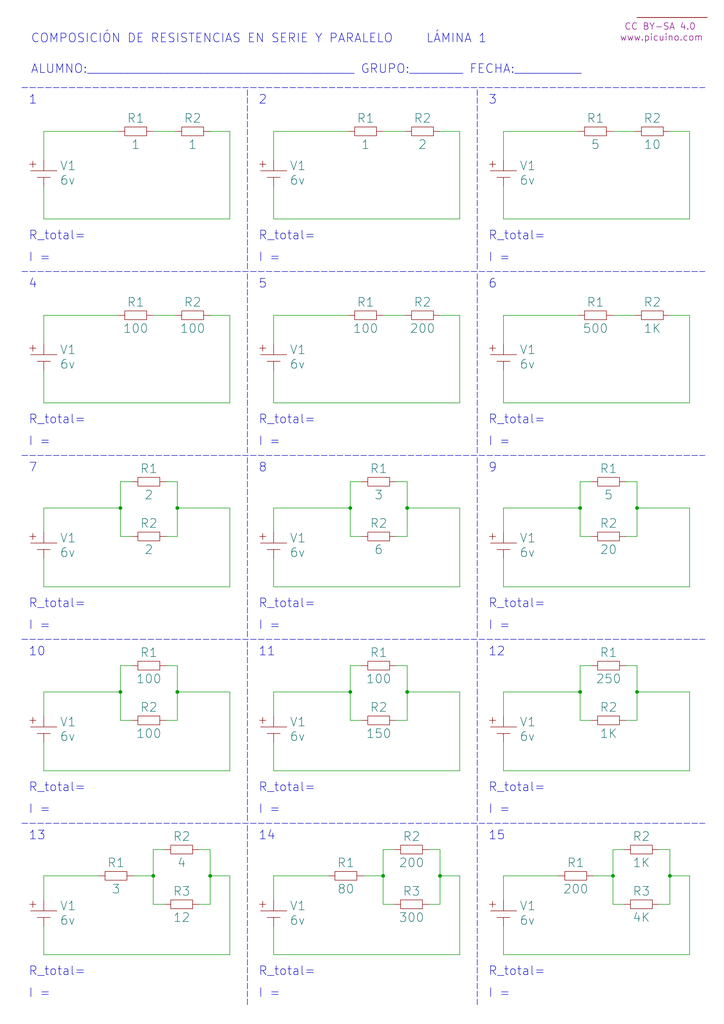
<source format=kicad_sch>
(kicad_sch (version 20211123) (generator eeschema)
  (paper "A4" portrait)
  (title_block (title "Circuitos eléctricos. Composición de resistencias en serie y paralelo") (date "8/05/2021") (company "www.picuino.com") (comment 1 "Copyright (c) 2021 by Carlos Pardo") (comment 2 "License CC BY-SA 4.0"))
  (lib_symbols
    (symbol "electric-resistencias-serie-paralelo-rescue:CopyRight-simbolos" (pin_names (offset 1.016))
      (property "License" "CC BY-SA 4.0" (at -1.27 -1.27 0))
      (property "Web" "www.picuino.com" (at 0 -1.27 0))
      (symbol "CopyRight-simbolos_0_1"
        (polyline (pts (xy -10.16 0) (xy 10.16 0)) (stroke (width 0.2032)))
      )
    )
    (symbol "electric-resistencias-serie-paralelo-rescue:Pila-simbolos" (pin_names (offset 1.016))
      (property "Reference" "V" (at 5.08 -4.445 0))
      (symbol "Pila-simbolos_0_1"
        (polyline (pts (xy -4.064 -1.27) (xy -2.286 -1.27)))
        (polyline (pts (xy -3.81 -3.175) (xy 3.81 -3.175)))
        (polyline (pts (xy -3.175 -0.381) (xy -3.175 -2.159)))
        (polyline (pts (xy -1.905 -5.08) (xy 1.905 -5.08)))
      )
      (symbol "Pila-simbolos_1_1"
        (pin input line (at 0 -7.62 90) (length 2.54) (name "") (number ""))
        (pin input line (at 0 0 270) (length 3.175) (name "") (number ""))
      )
    )
    (symbol "electric-resistencias-serie-paralelo-rescue:resistencia-simbolos" (pin_names (offset 1.016))
      (property "Reference" "R" (at 1.905 -5.08 0))
      (symbol "resistencia-simbolos_0_1"
        (rectangle (start -1.27 -1.905) (end 1.27 -8.255))
      )
      (symbol "resistencia-simbolos_1_1"
        (pin input line (at 0 -10.16 90) (length 1.905) (name "") (number ""))
        (pin input line (at 0 0 270) (length 1.905) (name "") (number ""))
      )
    )
  )
  (junction (at 34.925 147.32))
  (junction (at 168.275 200.66))
  (junction (at 60.96 254))
  (junction (at 177.8 254))
  (junction (at 118.11 200.66))
  (junction (at 194.31 254))
  (junction (at 184.785 147.32))
  (junction (at 184.785 200.66))
  (junction (at 51.435 147.32))
  (junction (at 168.275 147.32))
  (junction (at 118.11 147.32))
  (junction (at 34.925 200.66))
  (junction (at 101.6 147.32))
  (junction (at 127.635 254))
  (junction (at 101.6 200.66))
  (junction (at 44.45 254))
  (junction (at 111.125 254))
  (junction (at 51.435 200.66))
  (wire (pts (xy 194.31 262.255) (xy 191.135 262.255)))
  (wire (pts (xy 127.635 246.38) (xy 124.46 246.38)))
  (wire (pts (xy 34.925 147.32) (xy 12.7 147.32)))
  (wire (pts (xy 184.785 139.7) (xy 181.61 139.7)))
  (polyline (pts (xy 138.43 26.035) (xy 138.43 78.105)))
  (wire (pts (xy 60.96 262.255) (xy 57.785 262.255)))
  (wire (pts (xy 79.375 63.5) (xy 133.35 63.5)))
  (wire (pts (xy 60.96 254) (xy 66.675 254)))
  (wire (pts (xy 79.375 38.1) (xy 100.965 38.1)))
  (wire (pts (xy 12.7 276.86) (xy 66.675 276.86)))
  (wire (pts (xy 168.275 139.7) (xy 171.45 139.7)))
  (wire (pts (xy 66.675 38.1) (xy 66.675 63.5)))
  (wire (pts (xy 79.375 200.66) (xy 79.375 207.645)))
  (wire (pts (xy 146.05 276.86) (xy 200.025 276.86)))
  (wire (pts (xy 146.05 53.975) (xy 146.05 63.5)))
  (wire (pts (xy 200.025 38.1) (xy 200.025 63.5)))
  (wire (pts (xy 50.8 38.1) (xy 44.45 38.1)))
  (wire (pts (xy 146.05 116.84) (xy 200.025 116.84)))
  (wire (pts (xy 146.05 161.925) (xy 146.05 170.18)))
  (wire (pts (xy 118.11 200.66) (xy 118.11 208.915)))
  (wire (pts (xy 177.8 262.255) (xy 180.975 262.255)))
  (wire (pts (xy 34.925 155.575) (xy 38.1 155.575)))
  (wire (pts (xy 60.96 254) (xy 60.96 262.255)))
  (wire (pts (xy 127.635 262.255) (xy 124.46 262.255)))
  (wire (pts (xy 79.375 254) (xy 95.25 254)))
  (wire (pts (xy 12.7 63.5) (xy 66.675 63.5)))
  (wire (pts (xy 12.7 268.605) (xy 12.7 276.86)))
  (wire (pts (xy 127.635 254) (xy 133.35 254)))
  (wire (pts (xy 51.435 147.32) (xy 51.435 155.575)))
  (wire (pts (xy 12.7 161.925) (xy 12.7 170.18)))
  (wire (pts (xy 12.7 254) (xy 28.575 254)))
  (wire (pts (xy 101.6 139.7) (xy 101.6 147.32)))
  (wire (pts (xy 118.11 147.32) (xy 133.35 147.32)))
  (wire (pts (xy 50.8 91.44) (xy 44.45 91.44)))
  (wire (pts (xy 34.925 193.04) (xy 34.925 200.66)))
  (wire (pts (xy 184.785 139.7) (xy 184.785 147.32)))
  (wire (pts (xy 79.375 116.84) (xy 133.35 116.84)))
  (wire (pts (xy 194.31 246.38) (xy 194.31 254)))
  (wire (pts (xy 12.7 53.975) (xy 12.7 63.5)))
  (wire (pts (xy 194.31 254) (xy 200.025 254)))
  (wire (pts (xy 118.11 200.66) (xy 133.35 200.66)))
  (wire (pts (xy 44.45 254) (xy 38.735 254)))
  (wire (pts (xy 79.375 53.975) (xy 79.375 63.5)))
  (wire (pts (xy 177.8 246.38) (xy 180.975 246.38)))
  (wire (pts (xy 177.8 254) (xy 177.8 262.255)))
  (wire (pts (xy 146.05 254) (xy 161.925 254)))
  (polyline (pts (xy 71.755 239.395) (xy 71.755 291.465)))
  (wire (pts (xy 44.45 254) (xy 44.45 262.255)))
  (wire (pts (xy 44.45 246.38) (xy 47.625 246.38)))
  (wire (pts (xy 44.45 246.38) (xy 44.45 254)))
  (wire (pts (xy 66.675 200.66) (xy 66.675 223.52)))
  (polyline (pts (xy 138.43 132.715) (xy 138.43 184.785)))
  (polyline (pts (xy 6.35 238.76) (xy 204.47 238.76)))
  (wire (pts (xy 34.925 208.915) (xy 38.1 208.915)))
  (wire (pts (xy 133.35 91.44) (xy 127.635 91.44)))
  (wire (pts (xy 117.475 91.44) (xy 111.125 91.44)))
  (polyline (pts (xy 6.35 78.74) (xy 204.47 78.74)))
  (wire (pts (xy 79.375 223.52) (xy 133.35 223.52)))
  (wire (pts (xy 184.15 91.44) (xy 177.8 91.44)))
  (wire (pts (xy 200.025 91.44) (xy 194.31 91.44)))
  (wire (pts (xy 101.6 208.915) (xy 104.775 208.915)))
  (wire (pts (xy 79.375 161.925) (xy 79.375 170.18)))
  (wire (pts (xy 51.435 200.66) (xy 66.675 200.66)))
  (wire (pts (xy 200.025 254) (xy 200.025 276.86)))
  (wire (pts (xy 184.785 200.66) (xy 184.785 208.915)))
  (polyline (pts (xy 6.35 185.42) (xy 204.47 185.42)))
  (wire (pts (xy 34.925 139.7) (xy 34.925 147.32)))
  (wire (pts (xy 12.7 38.1) (xy 34.29 38.1)))
  (wire (pts (xy 168.275 208.915) (xy 171.45 208.915)))
  (polyline (pts (xy 71.755 79.375) (xy 71.755 131.445)))
  (wire (pts (xy 168.275 155.575) (xy 171.45 155.575)))
  (wire (pts (xy 133.35 38.1) (xy 127.635 38.1)))
  (wire (pts (xy 79.375 268.605) (xy 79.375 276.86)))
  (wire (pts (xy 79.375 215.265) (xy 79.375 223.52)))
  (wire (pts (xy 168.275 193.04) (xy 168.275 200.66)))
  (wire (pts (xy 184.785 193.04) (xy 184.785 200.66)))
  (wire (pts (xy 111.125 254) (xy 111.125 262.255)))
  (wire (pts (xy 101.6 200.66) (xy 79.375 200.66)))
  (wire (pts (xy 101.6 147.32) (xy 79.375 147.32)))
  (wire (pts (xy 111.125 246.38) (xy 114.3 246.38)))
  (wire (pts (xy 200.025 116.84) (xy 200.025 91.44)))
  (wire (pts (xy 168.275 139.7) (xy 168.275 147.32)))
  (wire (pts (xy 34.925 200.66) (xy 12.7 200.66)))
  (wire (pts (xy 111.125 254) (xy 105.41 254)))
  (wire (pts (xy 194.31 254) (xy 194.31 262.255)))
  (wire (pts (xy 12.7 46.355) (xy 12.7 38.1)))
  (wire (pts (xy 200.025 38.1) (xy 194.31 38.1)))
  (wire (pts (xy 79.375 170.18) (xy 133.35 170.18)))
  (wire (pts (xy 51.435 208.915) (xy 48.26 208.915)))
  (wire (pts (xy 117.475 38.1) (xy 111.125 38.1)))
  (wire (pts (xy 51.435 147.32) (xy 66.675 147.32)))
  (wire (pts (xy 133.35 38.1) (xy 133.35 63.5)))
  (wire (pts (xy 184.785 200.66) (xy 200.025 200.66)))
  (wire (pts (xy 118.11 139.7) (xy 118.11 147.32)))
  (wire (pts (xy 133.35 147.32) (xy 133.35 170.18)))
  (wire (pts (xy 118.11 193.04) (xy 118.11 200.66)))
  (polyline (pts (xy 71.755 186.055) (xy 71.755 238.125)))
  (wire (pts (xy 118.11 208.915) (xy 114.935 208.915)))
  (wire (pts (xy 118.11 147.32) (xy 118.11 155.575)))
  (wire (pts (xy 168.275 147.32) (xy 146.05 147.32)))
  (wire (pts (xy 79.375 154.305) (xy 79.375 147.32)))
  (wire (pts (xy 118.11 155.575) (xy 114.935 155.575)))
  (wire (pts (xy 101.6 193.04) (xy 101.6 200.66)))
  (wire (pts (xy 66.675 91.44) (xy 60.96 91.44)))
  (wire (pts (xy 146.05 46.355) (xy 146.05 38.1)))
  (polyline (pts (xy 138.43 239.395) (xy 138.43 291.465)))
  (wire (pts (xy 51.435 200.66) (xy 51.435 208.915)))
  (wire (pts (xy 44.45 262.255) (xy 47.625 262.255)))
  (wire (pts (xy 168.275 147.32) (xy 168.275 155.575)))
  (polyline (pts (xy 71.755 26.035) (xy 71.755 78.105)))
  (wire (pts (xy 79.375 91.44) (xy 100.965 91.44)))
  (wire (pts (xy 146.05 107.315) (xy 146.05 116.84)))
  (wire (pts (xy 51.435 139.7) (xy 51.435 147.32)))
  (wire (pts (xy 60.96 246.38) (xy 60.96 254)))
  (wire (pts (xy 184.785 155.575) (xy 181.61 155.575)))
  (wire (pts (xy 34.925 147.32) (xy 34.925 155.575)))
  (wire (pts (xy 12.7 107.315) (xy 12.7 116.84)))
  (wire (pts (xy 127.635 246.38) (xy 127.635 254)))
  (wire (pts (xy 12.7 223.52) (xy 66.675 223.52)))
  (wire (pts (xy 51.435 193.04) (xy 48.26 193.04)))
  (wire (pts (xy 146.05 147.32) (xy 146.05 154.305)))
  (wire (pts (xy 60.96 246.38) (xy 57.785 246.38)))
  (wire (pts (xy 101.6 193.04) (xy 104.775 193.04)))
  (wire (pts (xy 34.925 193.04) (xy 38.1 193.04)))
  (wire (pts (xy 79.375 99.695) (xy 79.375 91.44)))
  (wire (pts (xy 12.7 200.66) (xy 12.7 207.645)))
  (wire (pts (xy 127.635 254) (xy 127.635 262.255)))
  (wire (pts (xy 111.125 246.38) (xy 111.125 254)))
  (wire (pts (xy 66.675 254) (xy 66.675 276.86)))
  (wire (pts (xy 12.7 99.695) (xy 12.7 91.44)))
  (wire (pts (xy 12.7 254) (xy 12.7 260.985)))
  (wire (pts (xy 12.7 154.305) (xy 12.7 147.32)))
  (wire (pts (xy 118.11 139.7) (xy 114.935 139.7)))
  (polyline (pts (xy 6.35 25.4) (xy 204.47 25.4)))
  (wire (pts (xy 177.8 246.38) (xy 177.8 254)))
  (wire (pts (xy 79.375 46.355) (xy 79.375 38.1)))
  (wire (pts (xy 194.31 246.38) (xy 191.135 246.38)))
  (wire (pts (xy 146.05 91.44) (xy 167.64 91.44)))
  (wire (pts (xy 146.05 215.265) (xy 146.05 223.52)))
  (wire (pts (xy 168.275 200.66) (xy 168.275 208.915)))
  (wire (pts (xy 51.435 155.575) (xy 48.26 155.575)))
  (wire (pts (xy 101.6 147.32) (xy 101.6 155.575)))
  (wire (pts (xy 66.675 38.1) (xy 60.96 38.1)))
  (wire (pts (xy 133.35 200.66) (xy 133.35 223.52)))
  (wire (pts (xy 184.785 147.32) (xy 200.025 147.32)))
  (wire (pts (xy 146.05 99.695) (xy 146.05 91.44)))
  (wire (pts (xy 79.375 276.86) (xy 133.35 276.86)))
  (wire (pts (xy 79.375 107.315) (xy 79.375 116.84)))
  (wire (pts (xy 66.675 147.32) (xy 66.675 170.18)))
  (wire (pts (xy 146.05 268.605) (xy 146.05 276.86)))
  (wire (pts (xy 146.05 254) (xy 146.05 260.985)))
  (wire (pts (xy 168.275 193.04) (xy 171.45 193.04)))
  (wire (pts (xy 101.6 155.575) (xy 104.775 155.575)))
  (wire (pts (xy 34.925 139.7) (xy 38.1 139.7)))
  (wire (pts (xy 184.785 208.915) (xy 181.61 208.915)))
  (wire (pts (xy 111.125 262.255) (xy 114.3 262.255)))
  (wire (pts (xy 12.7 116.84) (xy 66.675 116.84)))
  (wire (pts (xy 133.35 91.44) (xy 133.35 116.84)))
  (wire (pts (xy 146.05 170.18) (xy 200.025 170.18)))
  (wire (pts (xy 101.6 200.66) (xy 101.6 208.915)))
  (polyline (pts (xy 138.43 186.055) (xy 138.43 238.125)))
  (wire (pts (xy 12.7 215.265) (xy 12.7 223.52)))
  (wire (pts (xy 51.435 193.04) (xy 51.435 200.66)))
  (wire (pts (xy 200.025 147.32) (xy 200.025 170.18)))
  (wire (pts (xy 12.7 170.18) (xy 66.675 170.18)))
  (wire (pts (xy 146.05 63.5) (xy 200.025 63.5)))
  (polyline (pts (xy 71.755 132.715) (xy 71.755 184.785)))
  (polyline (pts (xy 138.43 79.375) (xy 138.43 131.445)))
  (wire (pts (xy 146.05 38.1) (xy 167.64 38.1)))
  (wire (pts (xy 200.025 200.66) (xy 200.025 223.52)))
  (wire (pts (xy 12.7 91.44) (xy 34.29 91.44)))
  (wire (pts (xy 51.435 139.7) (xy 48.26 139.7)))
  (wire (pts (xy 66.675 91.44) (xy 66.675 116.84)))
  (wire (pts (xy 184.785 193.04) (xy 181.61 193.04)))
  (wire (pts (xy 177.8 254) (xy 172.085 254)))
  (wire (pts (xy 184.785 147.32) (xy 184.785 155.575)))
  (wire (pts (xy 146.05 223.52) (xy 200.025 223.52)))
  (wire (pts (xy 133.35 254) (xy 133.35 276.86)))
  (polyline (pts (xy 6.35 132.08) (xy 204.47 132.08)))
  (wire (pts (xy 118.11 193.04) (xy 114.935 193.04)))
  (wire (pts (xy 101.6 139.7) (xy 104.775 139.7)))
  (wire (pts (xy 146.05 200.66) (xy 146.05 207.645)))
  (wire (pts (xy 168.275 200.66) (xy 146.05 200.66)))
  (wire (pts (xy 79.375 260.985) (xy 79.375 254)))
  (wire (pts (xy 34.925 200.66) (xy 34.925 208.915)))
  (wire (pts (xy 184.15 38.1) (xy 177.8 38.1)))
  (text "I =" (at 141.605 289.56 0) (effects (font (size 2.54 2.54)) (justify left bottom)))
  (text "15" (at 141.605 243.84 0) (effects (font (size 2.54 2.54)) (justify left bottom)))
  (text "R_total=" (at 141.605 69.85 0) (effects (font (size 2.54 2.54)) (justify left bottom)))
  (text "R_total=" (at 141.605 229.87 0) (effects (font (size 2.54 2.54)) (justify left bottom)))
  (text "R_total=" (at 74.93 229.87 0) (effects (font (size 2.54 2.54)) (justify left bottom)))
  (text "3" (at 141.605 30.48 0) (effects (font (size 2.54 2.54)) (justify left bottom)))
  (text "9" (at 141.605 137.16 0) (effects (font (size 2.54 2.54)) (justify left bottom)))
  (text "1" (at 8.255 30.48 0) (effects (font (size 2.54 2.54)) (justify left bottom)))
  (text "I =" (at 8.255 76.2 0) (effects (font (size 2.54 2.54)) (justify left bottom)))
  (text "I =" (at 141.605 236.22 0) (effects (font (size 2.54 2.54)) (justify left bottom)))
  (text "5" (at 74.93 83.82 0) (effects (font (size 2.54 2.54)) (justify left bottom)))
  (text "7" (at 8.255 137.16 0) (effects (font (size 2.54 2.54)) (justify left bottom)))
  (text "I =" (at 74.93 236.22 0) (effects (font (size 2.54 2.54)) (justify left bottom)))
  (text "R_total=" (at 8.255 283.21 0) (effects (font (size 2.54 2.54)) (justify left bottom)))
  (text "I =" (at 74.93 182.88 0) (effects (font (size 2.54 2.54)) (justify left bottom)))
  (text "I =" (at 8.255 182.88 0) (effects (font (size 2.54 2.54)) (justify left bottom)))
  (text "I =" (at 74.93 289.56 0) (effects (font (size 2.54 2.54)) (justify left bottom)))
  (text "R_total=" (at 8.255 69.85 0) (effects (font (size 2.54 2.54)) (justify left bottom)))
  (text "R_total=" (at 74.93 283.21 0) (effects (font (size 2.54 2.54)) (justify left bottom)))
  (text "R_total=" (at 8.255 229.87 0) (effects (font (size 2.54 2.54)) (justify left bottom)))
  (text "I =" (at 74.93 129.54 0) (effects (font (size 2.54 2.54)) (justify left bottom)))
  (text "I =" (at 74.93 76.2 0) (effects (font (size 2.54 2.54)) (justify left bottom)))
  (text "13" (at 8.255 243.84 0) (effects (font (size 2.54 2.54)) (justify left bottom)))
  (text "R_total=" (at 8.255 123.19 0) (effects (font (size 2.54 2.54)) (justify left bottom)))
  (text "12" (at 141.605 190.5 0) (effects (font (size 2.54 2.54)) (justify left bottom)))
  (text "R_total=" (at 74.93 123.19 0) (effects (font (size 2.54 2.54)) (justify left bottom)))
  (text "R_total=" (at 141.605 176.53 0) (effects (font (size 2.54 2.54)) (justify left bottom)))
  (text "I =" (at 141.605 76.2 0) (effects (font (size 2.54 2.54)) (justify left bottom)))
  (text "2" (at 74.93 30.48 0) (effects (font (size 2.54 2.54)) (justify left bottom)))
  (text "R_total=" (at 8.255 176.53 0) (effects (font (size 2.54 2.54)) (justify left bottom)))
  (text "14" (at 74.93 243.84 0) (effects (font (size 2.54 2.54)) (justify left bottom)))
  (text "R_total=" (at 141.605 283.21 0) (effects (font (size 2.54 2.54)) (justify left bottom)))
  (text "I =" (at 8.255 289.56 0) (effects (font (size 2.54 2.54)) (justify left bottom)))
  (text "ALUMNO:________________________________________ GRUPO:________ FECHA:__________" (at 8.89 21.59 0) (effects (font (size 2.54 2.54)) (justify left bottom)))
  (text "11" (at 74.93 190.5 0) (effects (font (size 2.54 2.54)) (justify left bottom)))
  (text "8" (at 74.93 137.16 0) (effects (font (size 2.54 2.54)) (justify left bottom)))
  (text "COMPOSICIÓN DE RESISTENCIAS EN SERIE Y PARALELO     LÁMINA 1" (at 8.89 12.7 0) (effects (font (size 2.54 2.54)) (justify left bottom)))
  (text "10" (at 8.255 190.5 0) (effects (font (size 2.54 2.54)) (justify left bottom)))
  (text "4" (at 8.255 83.82 0) (effects (font (size 2.54 2.54)) (justify left bottom)))
  (text "R_total=" (at 74.93 69.85 0) (effects (font (size 2.54 2.54)) (justify left bottom)))
  (text "I =" (at 141.605 182.88 0) (effects (font (size 2.54 2.54)) (justify left bottom)))
  (text "R_total=" (at 141.605 123.19 0) (effects (font (size 2.54 2.54)) (justify left bottom)))
  (text "6" (at 141.605 83.82 0) (effects (font (size 2.54 2.54)) (justify left bottom)))
  (text "R_total=" (at 74.93 176.53 0) (effects (font (size 2.54 2.54)) (justify left bottom)))
  (text "I =" (at 8.255 129.54 0) (effects (font (size 2.54 2.54)) (justify left bottom)))
  (text "I =" (at 141.605 129.54 0) (effects (font (size 2.54 2.54)) (justify left bottom)))
  (text "I =" (at 8.255 236.22 0) (effects (font (size 2.54 2.54)) (justify left bottom)))
  (symbol (lib_id "electric-resistencias-serie-paralelo-rescue:Pila-simbolos") (at 12.7 46.355 0) (unit 1)
    (property "Reference" "V1" (at 17.2212 48.0568 0) (effects (font (size 2.54 2.54)) (justify left)))
    (property "Value" "6v" (at 17.2212 52.2732 0) (effects (font (size 2.54 2.54)) (justify left)))
  )
  (symbol (lib_id "electric-resistencias-serie-paralelo-rescue:resistencia-simbolos") (at 44.45 38.1 270) (unit 1)
    (property "Reference" "R1" (at 39.37 34.29 90) (effects (font (size 2.54 2.54))))
    (property "Value" "1" (at 39.37 41.91 90) (effects (font (size 2.54 2.54))))
  )
  (symbol (lib_id "electric-resistencias-serie-paralelo-rescue:resistencia-simbolos") (at 60.96 38.1 270) (unit 1)
    (property "Reference" "R2" (at 55.88 34.29 90) (effects (font (size 2.54 2.54))))
    (property "Value" "1" (at 55.88 41.91 90) (effects (font (size 2.54 2.54))))
  )
  (symbol (lib_id "electric-resistencias-serie-paralelo-rescue:Pila-simbolos") (at 79.375 46.355 0) (unit 1)
    (property "Reference" "V1" (at 83.8962 48.0568 0) (effects (font (size 2.54 2.54)) (justify left)))
    (property "Value" "6v" (at 83.8962 52.2732 0) (effects (font (size 2.54 2.54)) (justify left)))
  )
  (symbol (lib_id "electric-resistencias-serie-paralelo-rescue:resistencia-simbolos") (at 111.125 38.1 270) (unit 1)
    (property "Reference" "R1" (at 106.045 34.29 90) (effects (font (size 2.54 2.54))))
    (property "Value" "1" (at 106.045 41.91 90) (effects (font (size 2.54 2.54))))
  )
  (symbol (lib_id "electric-resistencias-serie-paralelo-rescue:resistencia-simbolos") (at 127.635 38.1 270) (unit 1)
    (property "Reference" "R2" (at 122.555 34.29 90) (effects (font (size 2.54 2.54))))
    (property "Value" "2" (at 122.555 41.91 90) (effects (font (size 2.54 2.54))))
  )
  (symbol (lib_id "electric-resistencias-serie-paralelo-rescue:Pila-simbolos") (at 146.05 46.355 0) (unit 1)
    (property "Reference" "V1" (at 150.5712 48.0568 0) (effects (font (size 2.54 2.54)) (justify left)))
    (property "Value" "6v" (at 150.5712 52.2732 0) (effects (font (size 2.54 2.54)) (justify left)))
  )
  (symbol (lib_id "electric-resistencias-serie-paralelo-rescue:resistencia-simbolos") (at 177.8 38.1 270) (unit 1)
    (property "Reference" "R1" (at 172.72 34.29 90) (effects (font (size 2.54 2.54))))
    (property "Value" "5" (at 172.72 41.91 90) (effects (font (size 2.54 2.54))))
  )
  (symbol (lib_id "electric-resistencias-serie-paralelo-rescue:resistencia-simbolos") (at 194.31 38.1 270) (unit 1)
    (property "Reference" "R2" (at 189.23 34.29 90) (effects (font (size 2.54 2.54))))
    (property "Value" "10" (at 189.23 41.91 90) (effects (font (size 2.54 2.54))))
  )
  (symbol (lib_id "electric-resistencias-serie-paralelo-rescue:Pila-simbolos") (at 12.7 99.695 0) (unit 1)
    (property "Reference" "V1" (at 17.2212 101.3968 0) (effects (font (size 2.54 2.54)) (justify left)))
    (property "Value" "6v" (at 17.2212 105.6132 0) (effects (font (size 2.54 2.54)) (justify left)))
  )
  (symbol (lib_id "electric-resistencias-serie-paralelo-rescue:resistencia-simbolos") (at 44.45 91.44 270) (unit 1)
    (property "Reference" "R1" (at 39.37 87.63 90) (effects (font (size 2.54 2.54))))
    (property "Value" "100" (at 39.37 95.25 90) (effects (font (size 2.54 2.54))))
  )
  (symbol (lib_id "electric-resistencias-serie-paralelo-rescue:resistencia-simbolos") (at 60.96 91.44 270) (unit 1)
    (property "Reference" "R2" (at 55.88 87.63 90) (effects (font (size 2.54 2.54))))
    (property "Value" "100" (at 55.88 95.25 90) (effects (font (size 2.54 2.54))))
  )
  (symbol (lib_id "electric-resistencias-serie-paralelo-rescue:Pila-simbolos") (at 79.375 99.695 0) (unit 1)
    (property "Reference" "V1" (at 83.8962 101.3968 0) (effects (font (size 2.54 2.54)) (justify left)))
    (property "Value" "6v" (at 83.8962 105.6132 0) (effects (font (size 2.54 2.54)) (justify left)))
  )
  (symbol (lib_id "electric-resistencias-serie-paralelo-rescue:resistencia-simbolos") (at 111.125 91.44 270) (unit 1)
    (property "Reference" "R1" (at 106.045 87.63 90) (effects (font (size 2.54 2.54))))
    (property "Value" "100" (at 106.045 95.25 90) (effects (font (size 2.54 2.54))))
  )
  (symbol (lib_id "electric-resistencias-serie-paralelo-rescue:resistencia-simbolos") (at 127.635 91.44 270) (unit 1)
    (property "Reference" "R2" (at 122.555 87.63 90) (effects (font (size 2.54 2.54))))
    (property "Value" "200" (at 122.555 95.25 90) (effects (font (size 2.54 2.54))))
  )
  (symbol (lib_id "electric-resistencias-serie-paralelo-rescue:Pila-simbolos") (at 146.05 99.695 0) (unit 1)
    (property "Reference" "V1" (at 150.5712 101.3968 0) (effects (font (size 2.54 2.54)) (justify left)))
    (property "Value" "6v" (at 150.5712 105.6132 0) (effects (font (size 2.54 2.54)) (justify left)))
  )
  (symbol (lib_id "electric-resistencias-serie-paralelo-rescue:resistencia-simbolos") (at 177.8 91.44 270) (unit 1)
    (property "Reference" "R1" (at 172.72 87.63 90) (effects (font (size 2.54 2.54))))
    (property "Value" "500" (at 172.72 95.25 90) (effects (font (size 2.54 2.54))))
  )
  (symbol (lib_id "electric-resistencias-serie-paralelo-rescue:resistencia-simbolos") (at 194.31 91.44 270) (unit 1)
    (property "Reference" "R2" (at 189.23 87.63 90) (effects (font (size 2.54 2.54))))
    (property "Value" "1K" (at 189.23 95.25 90) (effects (font (size 2.54 2.54))))
  )
  (symbol (lib_id "electric-resistencias-serie-paralelo-rescue:Pila-simbolos") (at 12.7 154.305 0) (unit 1)
    (property "Reference" "V1" (at 17.2212 156.0068 0) (effects (font (size 2.54 2.54)) (justify left)))
    (property "Value" "6v" (at 17.2212 160.2232 0) (effects (font (size 2.54 2.54)) (justify left)))
  )
  (symbol (lib_id "electric-resistencias-serie-paralelo-rescue:resistencia-simbolos") (at 48.26 139.7 270) (unit 1)
    (property "Reference" "R1" (at 43.18 135.89 90) (effects (font (size 2.54 2.54))))
    (property "Value" "2" (at 43.18 143.51 90) (effects (font (size 2.54 2.54))))
  )
  (symbol (lib_id "electric-resistencias-serie-paralelo-rescue:resistencia-simbolos") (at 48.26 155.575 270) (unit 1)
    (property "Reference" "R2" (at 43.18 151.765 90) (effects (font (size 2.54 2.54))))
    (property "Value" "2" (at 43.18 159.385 90) (effects (font (size 2.54 2.54))))
  )
  (symbol (lib_id "electric-resistencias-serie-paralelo-rescue:Pila-simbolos") (at 79.375 154.305 0) (unit 1)
    (property "Reference" "V1" (at 83.8962 156.0068 0) (effects (font (size 2.54 2.54)) (justify left)))
    (property "Value" "6v" (at 83.8962 160.2232 0) (effects (font (size 2.54 2.54)) (justify left)))
  )
  (symbol (lib_id "electric-resistencias-serie-paralelo-rescue:Pila-simbolos") (at 146.05 154.305 0) (unit 1)
    (property "Reference" "V1" (at 150.5712 156.0068 0) (effects (font (size 2.54 2.54)) (justify left)))
    (property "Value" "6v" (at 150.5712 160.2232 0) (effects (font (size 2.54 2.54)) (justify left)))
  )
  (symbol (lib_id "electric-resistencias-serie-paralelo-rescue:Pila-simbolos") (at 12.7 207.645 0) (unit 1)
    (property "Reference" "V1" (at 17.2212 209.3468 0) (effects (font (size 2.54 2.54)) (justify left)))
    (property "Value" "6v" (at 17.2212 213.5632 0) (effects (font (size 2.54 2.54)) (justify left)))
  )
  (symbol (lib_id "electric-resistencias-serie-paralelo-rescue:Pila-simbolos") (at 79.375 207.645 0) (unit 1)
    (property "Reference" "V1" (at 83.8962 209.3468 0) (effects (font (size 2.54 2.54)) (justify left)))
    (property "Value" "6v" (at 83.8962 213.5632 0) (effects (font (size 2.54 2.54)) (justify left)))
  )
  (symbol (lib_id "electric-resistencias-serie-paralelo-rescue:Pila-simbolos") (at 146.05 207.645 0) (unit 1)
    (property "Reference" "V1" (at 150.5712 209.3468 0) (effects (font (size 2.54 2.54)) (justify left)))
    (property "Value" "6v" (at 150.5712 213.5632 0) (effects (font (size 2.54 2.54)) (justify left)))
  )
  (symbol (lib_id "electric-resistencias-serie-paralelo-rescue:Pila-simbolos") (at 12.7 260.985 0) (unit 1)
    (property "Reference" "V1" (at 17.2212 262.6868 0) (effects (font (size 2.54 2.54)) (justify left)))
    (property "Value" "6v" (at 17.2212 266.9032 0) (effects (font (size 2.54 2.54)) (justify left)))
  )
  (symbol (lib_id "electric-resistencias-serie-paralelo-rescue:Pila-simbolos") (at 79.375 260.985 0) (unit 1)
    (property "Reference" "V1" (at 83.8962 262.6868 0) (effects (font (size 2.54 2.54)) (justify left)))
    (property "Value" "6v" (at 83.8962 266.9032 0) (effects (font (size 2.54 2.54)) (justify left)))
  )
  (symbol (lib_id "electric-resistencias-serie-paralelo-rescue:Pila-simbolos") (at 146.05 260.985 0) (unit 1)
    (property "Reference" "V1" (at 150.5712 262.6868 0) (effects (font (size 2.54 2.54)) (justify left)))
    (property "Value" "6v" (at 150.5712 266.9032 0) (effects (font (size 2.54 2.54)) (justify left)))
  )
  (symbol (lib_id "electric-resistencias-serie-paralelo-rescue:CopyRight-simbolos") (at 194.945 5.08 0) (unit 1)
    (property "Reference" "CP?" (effects hide))
    (property "Value" "CopyRight" (effects hide))
    (property "License" "CC BY-SA 4.0" (at 201.93 7.62 0) (effects (font (size 1.905 1.905)) (justify right)))
    (property "Web" "www.picuino.com" (at 179.705 10.795 0) (effects (font (size 1.905 1.905)) (justify left)))
  )
  (symbol (lib_id "electric-resistencias-serie-paralelo-rescue:resistencia-simbolos") (at 114.935 139.7 270) (unit 1)
    (property "Reference" "R1" (at 109.855 135.89 90) (effects (font (size 2.54 2.54))))
    (property "Value" "3" (at 109.855 143.51 90) (effects (font (size 2.54 2.54))))
  )
  (symbol (lib_id "electric-resistencias-serie-paralelo-rescue:resistencia-simbolos") (at 114.935 155.575 270) (unit 1)
    (property "Reference" "R2" (at 109.855 151.765 90) (effects (font (size 2.54 2.54))))
    (property "Value" "6" (at 109.855 159.385 90) (effects (font (size 2.54 2.54))))
  )
  (symbol (lib_id "electric-resistencias-serie-paralelo-rescue:resistencia-simbolos") (at 181.61 139.7 270) (unit 1)
    (property "Reference" "R1" (at 176.53 135.89 90) (effects (font (size 2.54 2.54))))
    (property "Value" "5" (at 176.53 143.51 90) (effects (font (size 2.54 2.54))))
  )
  (symbol (lib_id "electric-resistencias-serie-paralelo-rescue:resistencia-simbolos") (at 181.61 155.575 270) (unit 1)
    (property "Reference" "R2" (at 176.53 151.765 90) (effects (font (size 2.54 2.54))))
    (property "Value" "20" (at 176.53 159.385 90) (effects (font (size 2.54 2.54))))
  )
  (symbol (lib_id "electric-resistencias-serie-paralelo-rescue:resistencia-simbolos") (at 48.26 193.04 270) (unit 1)
    (property "Reference" "R1" (at 43.18 189.23 90) (effects (font (size 2.54 2.54))))
    (property "Value" "100" (at 43.18 196.85 90) (effects (font (size 2.54 2.54))))
  )
  (symbol (lib_id "electric-resistencias-serie-paralelo-rescue:resistencia-simbolos") (at 48.26 208.915 270) (unit 1)
    (property "Reference" "R2" (at 43.18 205.105 90) (effects (font (size 2.54 2.54))))
    (property "Value" "100" (at 43.18 212.725 90) (effects (font (size 2.54 2.54))))
  )
  (symbol (lib_id "electric-resistencias-serie-paralelo-rescue:resistencia-simbolos") (at 114.935 193.04 270) (unit 1)
    (property "Reference" "R1" (at 109.855 189.23 90) (effects (font (size 2.54 2.54))))
    (property "Value" "100" (at 109.855 196.85 90) (effects (font (size 2.54 2.54))))
  )
  (symbol (lib_id "electric-resistencias-serie-paralelo-rescue:resistencia-simbolos") (at 114.935 208.915 270) (unit 1)
    (property "Reference" "R2" (at 109.855 205.105 90) (effects (font (size 2.54 2.54))))
    (property "Value" "150" (at 109.855 212.725 90) (effects (font (size 2.54 2.54))))
  )
  (symbol (lib_id "electric-resistencias-serie-paralelo-rescue:resistencia-simbolos") (at 181.61 193.04 270) (unit 1)
    (property "Reference" "R1" (at 176.53 189.23 90) (effects (font (size 2.54 2.54))))
    (property "Value" "250" (at 176.53 196.85 90) (effects (font (size 2.54 2.54))))
  )
  (symbol (lib_id "electric-resistencias-serie-paralelo-rescue:resistencia-simbolos") (at 181.61 208.915 270) (unit 1)
    (property "Reference" "R2" (at 176.53 205.105 90) (effects (font (size 2.54 2.54))))
    (property "Value" "1K" (at 176.53 212.725 90) (effects (font (size 2.54 2.54))))
  )
  (symbol (lib_id "electric-resistencias-serie-paralelo-rescue:resistencia-simbolos") (at 57.785 246.38 270) (unit 1)
    (property "Reference" "R2" (at 52.705 242.57 90) (effects (font (size 2.54 2.54))))
    (property "Value" "4" (at 52.705 250.19 90) (effects (font (size 2.54 2.54))))
  )
  (symbol (lib_id "electric-resistencias-serie-paralelo-rescue:resistencia-simbolos") (at 57.785 262.255 270) (unit 1)
    (property "Reference" "R3" (at 52.705 258.445 90) (effects (font (size 2.54 2.54))))
    (property "Value" "12" (at 52.705 266.065 90) (effects (font (size 2.54 2.54))))
  )
  (symbol (lib_id "electric-resistencias-serie-paralelo-rescue:resistencia-simbolos") (at 38.735 254 270) (unit 1)
    (property "Reference" "R1" (at 33.655 250.19 90) (effects (font (size 2.54 2.54))))
    (property "Value" "3" (at 33.655 257.81 90) (effects (font (size 2.54 2.54))))
  )
  (symbol (lib_id "electric-resistencias-serie-paralelo-rescue:resistencia-simbolos") (at 124.46 246.38 270) (unit 1)
    (property "Reference" "R2" (at 119.38 242.57 90) (effects (font (size 2.54 2.54))))
    (property "Value" "200" (at 119.38 250.19 90) (effects (font (size 2.54 2.54))))
  )
  (symbol (lib_id "electric-resistencias-serie-paralelo-rescue:resistencia-simbolos") (at 124.46 262.255 270) (unit 1)
    (property "Reference" "R3" (at 119.38 258.445 90) (effects (font (size 2.54 2.54))))
    (property "Value" "300" (at 119.38 266.065 90) (effects (font (size 2.54 2.54))))
  )
  (symbol (lib_id "electric-resistencias-serie-paralelo-rescue:resistencia-simbolos") (at 105.41 254 270) (unit 1)
    (property "Reference" "R1" (at 100.33 250.19 90) (effects (font (size 2.54 2.54))))
    (property "Value" "80" (at 100.33 257.81 90) (effects (font (size 2.54 2.54))))
  )
  (symbol (lib_id "electric-resistencias-serie-paralelo-rescue:resistencia-simbolos") (at 191.135 246.38 270) (unit 1)
    (property "Reference" "R2" (at 186.055 242.57 90) (effects (font (size 2.54 2.54))))
    (property "Value" "1K" (at 186.055 250.19 90) (effects (font (size 2.54 2.54))))
  )
  (symbol (lib_id "electric-resistencias-serie-paralelo-rescue:resistencia-simbolos") (at 191.135 262.255 270) (unit 1)
    (property "Reference" "R3" (at 186.055 258.445 90) (effects (font (size 2.54 2.54))))
    (property "Value" "4K" (at 186.055 266.065 90) (effects (font (size 2.54 2.54))))
  )
  (symbol (lib_id "electric-resistencias-serie-paralelo-rescue:resistencia-simbolos") (at 172.085 254 270) (unit 1)
    (property "Reference" "R1" (at 167.005 250.19 90) (effects (font (size 2.54 2.54))))
    (property "Value" "200" (at 167.005 257.81 90) (effects (font (size 2.54 2.54))))
  )
  (sheet (at 231.14 27.94) (size 53.34 33.02)
    (property "Sheet name" "electric-resistencias-serie-paralelo-2" (at 231.14 26.5934 0) (effects (font (size 2.54 2.54)) (justify left bottom)))
    (property "Sheet file" "electric-resistencias-serie-paralelo-2.kicad_sch" (at 231.14 62.0526 0) (effects (font (size 2.54 2.54)) (justify left top)))
  )
)
</source>
